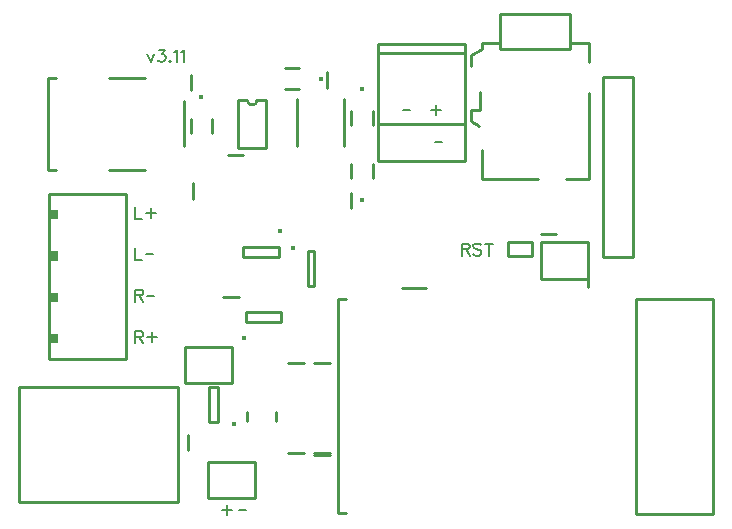
<source format=gbr>
G04 DipTrace 3.3.1.3*
G04 TopSilk.gbr*
%MOIN*%
G04 #@! TF.FileFunction,Legend,Top*
G04 #@! TF.Part,Single*
%ADD10C,0.009843*%
%ADD32C,0.015746*%
%ADD34C,0.015762*%
%ADD55C,0.015422*%
%ADD59C,0.015395*%
%ADD67C,0.015401*%
%ADD158C,0.006176*%
%FSLAX26Y26*%
G04*
G70*
G90*
G75*
G01*
G04 TopSilk*
%LPD*%
X1288547Y958997D2*
D10*
X1339689D1*
X879058Y1868445D2*
Y1919587D1*
X1001146Y1651911D2*
X1052287D1*
X1331814Y1876319D2*
Y1927461D1*
X1410596Y1525886D2*
Y1474744D1*
X2201892Y1210965D2*
Y1262106D1*
X2095594Y1388089D2*
X2044453D1*
X985398Y1179470D2*
X1036539D1*
X1288547Y659785D2*
X1339689D1*
X1201933Y958997D2*
X1253075D1*
X867247Y667657D2*
Y718799D1*
X1339689Y651869D2*
X1288547D1*
X1201933Y659785D2*
X1253075D1*
X882995Y1557382D2*
Y1506240D1*
X947973Y1771961D2*
Y1724729D1*
X877111Y1771961D2*
Y1724729D1*
D32*
X912542Y1844796D3*
X1239308Y1870397D2*
D10*
X1192075D1*
X1239308Y1941259D2*
X1192075D1*
D34*
X1312142Y1905828D3*
X1483406Y1799520D2*
D10*
Y1752288D1*
X1412544Y1799520D2*
Y1752288D1*
D32*
X1447975Y1872355D3*
X1412547Y1575125D2*
D10*
Y1622358D1*
X1483409Y1575125D2*
Y1622358D1*
D32*
X1447978Y1502291D3*
X1581839Y1207008D2*
D10*
X1660571D1*
X400722Y1602675D2*
Y1909766D1*
X426340D1*
X603489D2*
X725557D1*
X853508Y1831013D2*
Y1681428D1*
X725557Y1602675D2*
X603489D1*
X426340D2*
X400722D1*
X2142846Y2122362D2*
X1906650D1*
Y2004229D1*
X2142846D1*
Y2122362D1*
X2203866Y2023946D2*
X2140854D1*
X2203866Y1571187D2*
X2129075D1*
X1849571Y2004229D2*
Y2023946D1*
X1908598D1*
X2203866Y1960953D2*
Y2023946D1*
X1849571Y2004229D2*
X1810161Y1984568D1*
Y1949089D1*
X1837748Y1748358D2*
X1810161Y1764121D1*
Y1803498D1*
X1841689D1*
Y1862537D1*
X1849571Y1571187D2*
Y1669603D1*
X2203866Y1571187D2*
Y1858582D1*
X2034579Y1571187D2*
X1849571D1*
X2352309Y1912492D2*
X2252307D1*
Y1312547D1*
X2352309D1*
Y1912492D1*
X1501121Y2021182D2*
X1792465D1*
Y1631422D1*
X1501121D1*
Y2021182D1*
X404680Y1521953D2*
Y970803D1*
X660575Y970748D1*
Y1521953D1*
X404680Y1522008D1*
G36*
X433162Y1468811D2*
X401651D1*
Y1437279D1*
X433162D1*
Y1468811D1*
G37*
G36*
Y1331051D2*
X401651D1*
Y1299519D1*
X433162D1*
Y1331051D1*
G37*
G36*
Y1193292D2*
X401651D1*
Y1161704D1*
X433162D1*
Y1193292D1*
G37*
G36*
Y1055477D2*
X401651D1*
Y1023945D1*
X433162D1*
Y1055477D1*
G37*
X857425Y1010752D2*
D10*
Y892634D1*
Y1012717D2*
X1014906D1*
X857425Y890669D2*
X1014906D1*
Y1010752D2*
Y892634D1*
X2045024Y1358586D2*
Y1240469D1*
Y1360551D2*
X2202504D1*
X2045024Y1238504D2*
X2202504D1*
Y1358586D2*
Y1240469D1*
X1501126Y1990472D2*
X1792465D1*
Y1754252D1*
X1501126D1*
Y1990472D1*
X934197Y627681D2*
Y509563D1*
Y629646D2*
X1091677D1*
X934197Y507598D2*
X1091677D1*
Y627681D2*
Y509563D1*
X1388921Y1838897D2*
Y1681418D1*
X1231441Y1838897D2*
Y1681418D1*
X1064114Y795626D2*
Y764141D1*
X1162547Y795626D2*
Y764141D1*
D55*
X1216732Y1342188D3*
X1266874Y1332987D2*
D10*
Y1214882D1*
X1286559D1*
Y1332987D1*
X1266874D1*
X1936161Y1360906D2*
X2012933Y1361100D1*
X1936161Y1316654D2*
Y1361141D1*
Y1316849D2*
X2012933D1*
Y1316654D2*
Y1361141D1*
D59*
X1022838Y755090D3*
X968772Y760353D2*
D10*
Y878461D1*
X937282Y760353D2*
Y878461D1*
X968772D2*
X937282D1*
X968772Y760353D2*
X937282D1*
X1034590Y1833975D2*
X1066079D1*
X1034590D2*
Y1676497D1*
X1097591Y1833975D2*
X1129080D1*
X1034590Y1676497D2*
X1129080D1*
Y1833975D1*
X1066079D2*
G03X1097591Y1833975I15756J8D01*
G01*
D67*
X1054921Y1042745D3*
X1060183Y1096810D2*
D10*
X1178291D1*
X1060183Y1128301D2*
X1178291D1*
Y1096810D2*
Y1128301D1*
X1060183Y1096810D2*
Y1128301D1*
X304276Y495977D2*
X835772D1*
Y877857D1*
X304276D1*
Y495977D1*
X2618044Y1172584D2*
X2361794D1*
Y453875D1*
X2618044D1*
Y1172584D1*
X1393420D2*
X1368420D1*
X1368045Y535077D1*
X1368420Y460081D2*
X1393420D1*
X1368420D2*
Y553845D1*
D67*
X1175678Y1398830D3*
X1170415Y1344765D2*
D10*
X1052307D1*
X1170415Y1313274D2*
X1052307D1*
Y1344765D2*
Y1313274D1*
X1170415Y1344765D2*
Y1313274D1*
X1693965Y1818343D2*
D158*
Y1783899D1*
X1676765Y1801099D2*
X1711209D1*
X1586214Y1801121D2*
X1608322D1*
X692513Y1478719D2*
Y1438527D1*
X715461D1*
X745012Y1475823D2*
Y1441379D1*
X727812Y1458579D2*
X762256D1*
X692513Y1341079D2*
Y1300887D1*
X715461D1*
X727812Y1320961D2*
X749920D1*
X692513Y1183983D2*
X709713D1*
X715461Y1185929D1*
X717406Y1187830D1*
X719308Y1191633D1*
Y1195479D1*
X717406Y1199282D1*
X715461Y1201227D1*
X709713Y1203129D1*
X692513D1*
Y1162937D1*
X705910Y1183983D2*
X719308Y1162937D1*
X731659Y1183010D2*
X753767D1*
X692513Y1046188D2*
X709713D1*
X715461Y1048133D1*
X717406Y1050035D1*
X719308Y1053837D1*
Y1057684D1*
X717406Y1061487D1*
X715461Y1063432D1*
X709713Y1065333D1*
X692513D1*
Y1025141D1*
X705910Y1046188D2*
X719308Y1025141D1*
X748859Y1062437D2*
Y1027993D1*
X731659Y1045193D2*
X766103D1*
X1779891Y1337681D2*
X1797091D1*
X1802839Y1339627D1*
X1804784Y1341528D1*
X1806686Y1345331D1*
Y1349177D1*
X1804784Y1352980D1*
X1802839Y1354925D1*
X1797091Y1356827D1*
X1779891D1*
Y1316635D1*
X1793288Y1337681D2*
X1806686Y1316635D1*
X1845832Y1351079D2*
X1842029Y1354925D1*
X1836281Y1356827D1*
X1828632D1*
X1822884Y1354925D1*
X1819037Y1351079D1*
Y1347276D1*
X1820983Y1343429D1*
X1822884Y1341528D1*
X1826686Y1339627D1*
X1838182Y1335780D1*
X1842029Y1333879D1*
X1843930Y1331933D1*
X1845832Y1328131D1*
Y1322383D1*
X1842029Y1318580D1*
X1836281Y1316635D1*
X1828632D1*
X1822884Y1318580D1*
X1819037Y1322383D1*
X1871580Y1356827D2*
Y1316635D1*
X1858183Y1356827D2*
X1884978D1*
X731731Y1988944D2*
X743227Y1962149D1*
X754679Y1988944D1*
X770877Y2002297D2*
X791879D1*
X780428Y1986998D1*
X786176D1*
X789978Y1985097D1*
X791879Y1983196D1*
X793825Y1977448D1*
Y1973645D1*
X791879Y1967897D1*
X788077Y1964050D1*
X782329Y1962149D1*
X776581D1*
X770877Y1964050D1*
X768976Y1965996D1*
X767030Y1969798D1*
X808078Y1965996D2*
X806176Y1964050D1*
X808078Y1962149D1*
X810023Y1964050D1*
X808078Y1965996D1*
X822374Y1994648D2*
X826221Y1996593D1*
X831969Y2002297D1*
Y1962149D1*
X844321Y1994648D2*
X848167Y1996593D1*
X853915Y2002297D1*
Y1962149D1*
X1692513Y1694821D2*
X1714621D1*
X1038970Y467605D2*
X1061078D1*
X997114Y484827D2*
Y450383D1*
X979915Y467583D2*
X1014359D1*
M02*

</source>
